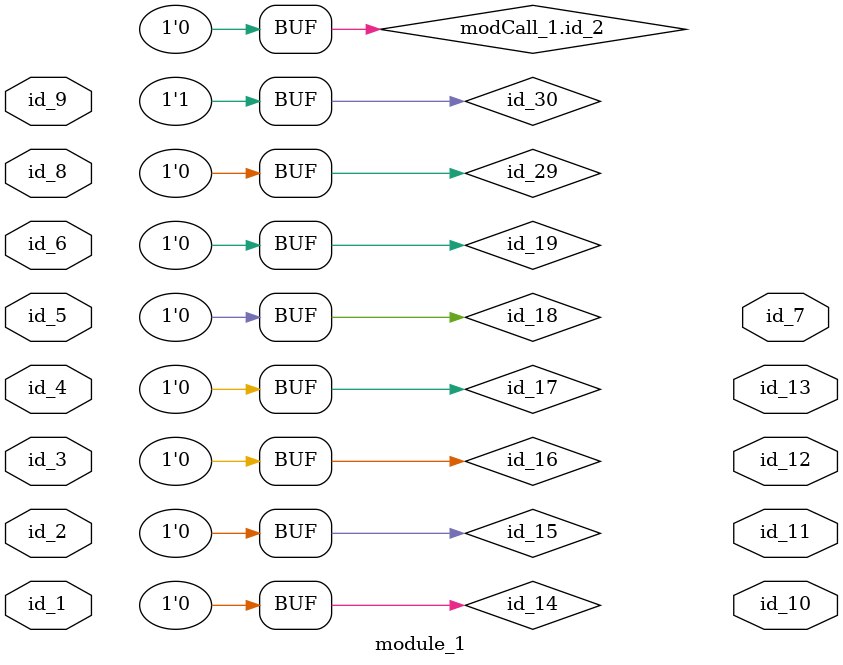
<source format=v>
module module_0 ();
  wor id_1, id_2 = 1;
endmodule
module module_1 (
    id_1,
    id_2,
    id_3,
    id_4,
    id_5,
    id_6,
    id_7,
    id_8,
    id_9,
    id_10,
    id_11,
    id_12,
    id_13
);
  output wire id_13;
  output wire id_12;
  output wire id_11;
  output wire id_10;
  inout wire id_9;
  input wire id_8;
  output wire id_7;
  input wire id_6;
  inout wire id_5;
  input wire id_4;
  input wire id_3;
  input wire id_2;
  inout wire id_1;
  supply0 id_14, id_15, id_16, id_17, id_18, id_19;
  wire id_20, id_21, id_22;
  wire id_23, id_24;
  wire id_25, id_26;
  assign id_18 = -1;
  module_0 modCall_1 ();
  assign modCall_1.id_2 = 0;
  wire id_27, id_28;
  wand id_29 = 1'h0;
  wire id_30 = (-1);
  wire id_31;
  assign id_15 = ~-1 + 1;
endmodule

</source>
